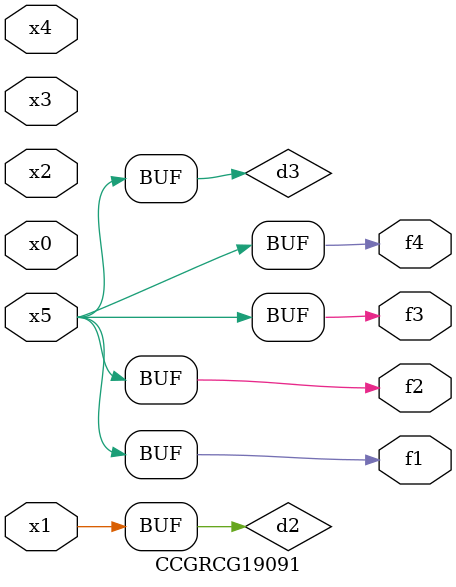
<source format=v>
module CCGRCG19091(
	input x0, x1, x2, x3, x4, x5,
	output f1, f2, f3, f4
);

	wire d1, d2, d3;

	not (d1, x5);
	or (d2, x1);
	xnor (d3, d1);
	assign f1 = d3;
	assign f2 = d3;
	assign f3 = d3;
	assign f4 = d3;
endmodule

</source>
